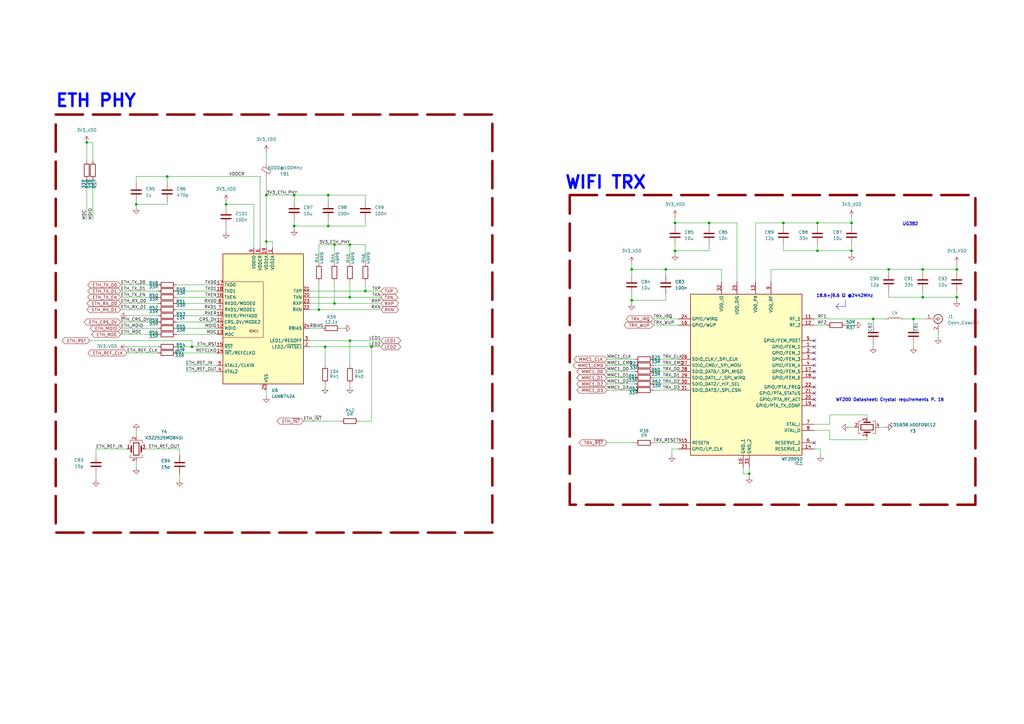
<source format=kicad_sch>
(kicad_sch (version 20250114) (generator "eeschema") (generator_version "9.0")
  (paper "A3")
  (title_block (title "ThingsCore-1") (date "2025-07-17") (rev "1"))
  (lib_symbols
    (symbol "Connector:Conn_Coaxial" (pin_names (offset 1.016) (hide yes))
      (property "Reference" "J" (at 0.254 3.048 0))
      (property "Value" "Conn_Coaxial" (at 2.921 0 90))
      (symbol "Conn_Coaxial_0_1"
        (polyline (pts (xy -2.54 0) (xy -0.508 0)))
        (arc (start 1.778 0) (mid 0.222 -1.8079) (end -1.778 -0.508) (stroke (width 0.254)))
        (arc (start -1.778 0.508) (mid 0.2221 1.8084) (end 1.778 0) (stroke (width 0.254)))
        (circle (center 0 0) (radius 0.508) (stroke (width 0.2032)))
        (polyline (pts (xy 0 -2.54) (xy 0 -1.778)))
      )
      (symbol "Conn_Coaxial_1_1"
        (pin passive line (at -5.08 0 0) (length 2.54) (name "In") (number "1"))
        (pin passive line (at 0 -5.08 90) (length 2.54) (name "Ext") (number "2"))
      )
    )
    (symbol "Device:C" (pin_numbers (hide yes)) (pin_names (offset 0.254))
      (property "Reference" "C" (at 0.635 2.54 0))
      (property "Value" "C" (at 0.635 -2.54 0))
      (symbol "C_0_1"
        (polyline (pts (xy -2.032 0.762) (xy 2.032 0.762)) (stroke (width 0.508)))
        (polyline (pts (xy -2.032 -0.762) (xy 2.032 -0.762)) (stroke (width 0.508)))
      )
      (symbol "C_1_1"
        (pin passive line (at 0 3.81 270) (length 2.794) (name "~") (number "1"))
        (pin passive line (at 0 -3.81 90) (length 2.794) (name "~") (number "2"))
      )
    )
    (symbol "Device:Crystal_GND24" (pin_names (offset 1.016) (hide yes))
      (property "Reference" "Y" (at 3.175 5.08 0))
      (property "Value" "Crystal_GND24" (at 3.175 3.175 0))
      (symbol "Crystal_GND24_0_1"
        (polyline (pts (xy -2.54 2.286) (xy -2.54 3.556) (xy 2.54 3.556) (xy 2.54 2.286)))
        (polyline (pts (xy -2.54 0) (xy -2.032 0)))
        (polyline (pts (xy -2.54 -2.286) (xy -2.54 -3.556) (xy 2.54 -3.556) (xy 2.54 -2.286)))
        (polyline (pts (xy -2.032 -1.27) (xy -2.032 1.27)) (stroke (width 0.508)))
        (rectangle (start -1.143 2.54) (end 1.143 -2.54) (stroke (width 0.3048)))
        (polyline (pts (xy 0 3.556) (xy 0 3.81)))
        (polyline (pts (xy 0 -3.81) (xy 0 -3.556)))
        (polyline (pts (xy 2.032 0) (xy 2.54 0)))
        (polyline (pts (xy 2.032 -1.27) (xy 2.032 1.27)) (stroke (width 0.508)))
      )
      (symbol "Crystal_GND24_1_1"
        (pin passive line (at -3.81 0 0) (length 1.27) (name "1") (number "1"))
        (pin passive line (at 0 5.08 270) (length 1.27) (name "2") (number "2"))
        (pin passive line (at 0 -5.08 90) (length 1.27) (name "4") (number "4"))
        (pin passive line (at 3.81 0 180) (length 1.27) (name "3") (number "3"))
      )
    )
    (symbol "Device:FerriteBead_Small" (pin_numbers (hide yes)) (pin_names (offset 0))
      (property "Reference" "FB" (at 1.905 1.27 0))
      (property "Value" "FerriteBead_Small" (at 1.905 -1.27 0))
      (symbol "FerriteBead_Small_0_1"
        (polyline (pts (xy -1.8288 0.2794) (xy -1.1176 1.4986) (xy 1.8288 -0.2032) (xy 1.1176 -1.4224) (xy -1.8288 0.2794)))
        (polyline (pts (xy 0 0.889) (xy 0 1.2954)))
        (polyline (pts (xy 0 -1.27) (xy 0 -0.7874)))
      )
      (symbol "FerriteBead_Small_1_1"
        (pin passive line (at 0 2.54 270) (length 1.27) (name "~") (number "1"))
        (pin passive line (at 0 -2.54 90) (length 1.27) (name "~") (number "2"))
      )
    )
    (symbol "Device:L" (pin_numbers (hide yes)) (pin_names (offset 1.016) (hide yes))
      (property "Reference" "L" (at -1.27 0 90))
      (property "Value" "L" (at 1.905 0 90))
      (symbol "L_0_1"
        (arc (start 0 2.54) (mid 0.6323 1.905) (end 0 1.27))
        (arc (start 0 1.27) (mid 0.6323 0.635) (end 0 0))
        (arc (start 0 0) (mid 0.6323 -0.635) (end 0 -1.27))
        (arc (start 0 -1.27) (mid 0.6323 -1.905) (end 0 -2.54))
      )
      (symbol "L_1_1"
        (pin passive line (at 0 3.81 270) (length 1.27) (name "1") (number "1"))
        (pin passive line (at 0 -3.81 90) (length 1.27) (name "2") (number "2"))
      )
    )
    (symbol "Device:R" (pin_numbers (hide yes)) (pin_names (offset 0))
      (property "Reference" "R" (at 2.032 0 90))
      (property "Value" "R" (at 0 0 90))
      (symbol "R_0_1"
        (rectangle (start -1.016 -2.54) (end 1.016 2.54) (stroke (width 0.254)))
      )
      (symbol "R_1_1"
        (pin passive line (at 0 3.81 270) (length 1.27) (name "~") (number "1"))
        (pin passive line (at 0 -3.81 90) (length 1.27) (name "~") (number "2"))
      )
    )
    (symbol "Interface_Ethernet:LAN8742A"
      (property "Reference" "U" (at -13.97 29.21 0))
      (property "Value" "LAN8742A" (at 15.24 29.21 0))
      (symbol "LAN8742A_0_0"
        (text "RMII" (at -5.08 -3.81 0) (effects (font (size 1.27 1.27))))
      )
      (symbol "LAN8742A_0_1"
        (rectangle (start -17.78 27.94) (end 15.24 -25.4) (stroke (width 0.254)) (fill (type background)))
        (polyline (pts (xy -17.78 -6.35) (xy -1.27 -6.35) (xy -1.27 16.51) (xy -17.78 16.51)))
      )
      (symbol "LAN8742A_1_1"
        (pin input line (at -20.32 15.24 0) (length 2.54) (name "TXD0") (number "17"))
        (pin input line (at -20.32 12.7 0) (length 2.54) (name "TXD1") (number "18"))
        (pin input line (at -20.32 10.16 0) (length 2.54) (name "TXEN") (number "16"))
        (pin bidirectional line (at -20.32 7.62 0) (length 2.54) (name "RXD0/MODE0") (number "8"))
        (pin bidirectional line (at -20.32 5.08 0) (length 2.54) (name "RXD1/MODE1") (number "7"))
        (pin output line (at -20.32 2.54 0) (length 2.54) (name "RXER/PHYAD0") (number "10"))
        (pin bidirectional line (at -20.32 0 0) (length 2.54) (name "CRS_DV/MODE2") (number "11"))
        (pin bidirectional line (at -20.32 -2.54 0) (length 2.54) (name "MDIO") (number "12"))
        (pin input line (at -20.32 -5.08 0) (length 2.54) (name "MDC") (number "13"))
        (pin input line (at -20.32 -10.16 0) (length 2.54) (name "~{RST}") (number "15"))
        (pin output line (at -20.32 -12.7 0) (length 2.54) (name "~{INT}/REFCLKO") (number "14"))
        (pin input line (at -20.32 -17.78 0) (length 2.54) (name "XTAL1/CLKIN") (number "5"))
        (pin output line (at -20.32 -20.32 0) (length 2.54) (name "XTAL2") (number "4"))
        (pin power_in line (at -5.08 30.48 270) (length 2.54) (name "VDDIO") (number "9"))
        (pin power_in line (at -2.54 30.48 270) (length 2.54) (name "VDDCR") (number "6"))
        (pin power_in line (at 0 30.48 270) (length 2.54) (name "VDD1A") (number "19"))
        (pin power_in line (at 0 -27.94 90) (length 2.54) (name "VSS") (number "25"))
        (pin power_in line (at 2.54 30.48 270) (length 2.54) (name "VDD2A") (number "1"))
        (pin passive line (at 17.78 12.7 180) (length 2.54) (name "TXP") (number "21"))
        (pin passive line (at 17.78 10.16 180) (length 2.54) (name "TXN") (number "20"))
        (pin passive line (at 17.78 7.62 180) (length 2.54) (name "RXP") (number "23"))
        (pin passive line (at 17.78 5.08 180) (length 2.54) (name "RXN") (number "22"))
        (pin passive line (at 17.78 -2.54 180) (length 2.54) (name "RBIAS") (number "24"))
        (pin bidirectional line (at 17.78 -7.62 180) (length 2.54) (name "LED1/REGOFF") (number "3"))
        (pin bidirectional line (at 17.78 -10.16 180) (length 2.54) (name "LED2/~{INTSEL}") (number "2"))
      )
    )
    (symbol "ThingsCore-1:WF200SD"
      (property "Reference" "IC1" (at 21.59 9.398 0))
      (property "Value" "WF200SD" (at 18.796 11.176 0))
      (symbol "WF200SD_1_1"
        (rectangle (start -22.86 78.74) (end 22.86 12.7) (stroke (width 0.254)) (fill (type background)))
        (pin passive line (at -27.94 68.58 0) (length 5.08) (name "GPIO/WIRQ") (number "24"))
        (pin passive line (at -27.94 66.04 0) (length 5.08) (name "GPIO/WUP") (number "16"))
        (pin passive line (at -27.94 52.07 0) (length 5.08) (name "SDIO_CLK/_SPI_CLK") (number "26"))
        (pin passive line (at -27.94 49.53 0) (length 5.08) (name "SDIO_CMD/_SPI_MOSI") (number "27"))
        (pin passive line (at -27.94 46.99 0) (length 5.08) (name "SDIO_DAT0/_SPI_MISO") (number "28"))
        (pin passive line (at -27.94 44.45 0) (length 5.08) (name "SDIO_DAT1_/_SPI_WIRQ") (number "29"))
        (pin passive line (at -27.94 41.91 0) (length 5.08) (name "SDIO_DAT2/_HIF_SEL") (number "30"))
        (pin passive line (at -27.94 39.37 0) (length 5.08) (name "SDIO_DAT3/_SPI_CSN") (number "31"))
        (pin passive line (at -27.94 17.78 0) (length 5.08) (name "RESETN") (number "15"))
        (pin passive line (at -27.94 15.24 0) (length 5.08) (name "GPIO/LP_CLK") (number "23"))
        (pin passive line (at -10.16 83.82 270) (length 5.08) (name "VDD_IO") (number "32"))
        (pin passive line (at -3.81 83.82 270) (length 5.08) (name "VDD_DIG") (number "25"))
        (pin passive line (at -1.27 7.62 90) (length 5.08) (name "GND_1") (number "10"))
        (pin passive line (at 1.27 7.62 90) (length 5.08) (name "GND_2") (number "33"))
        (pin passive line (at 3.81 83.82 270) (length 5.08) (name "VDD_PA") (number "13"))
        (pin passive line (at 10.16 83.82 270) (length 5.08) (name "VDD_RF") (number "9"))
        (pin passive line (at 27.94 68.58 180) (length 5.08) (name "RF_1") (number "11"))
        (pin passive line (at 27.94 66.04 180) (length 5.08) (name "RF_2") (number "12"))
        (pin passive line (at 27.94 59.69 180) (length 5.08) (name "GPIO/FEM_PDET") (number "5"))
        (pin passive line (at 27.94 57.15 180) (length 5.08) (name "GPIO/FEM_1") (number "1"))
        (pin passive line (at 27.94 54.61 180) (length 5.08) (name "GPIO/FEM_2") (number "2"))
        (pin passive line (at 27.94 52.07 180) (length 5.08) (name "GPIO/FEM_3") (number "3"))
        (pin passive line (at 27.94 49.53 180) (length 5.08) (name "GPIO/FEM_4") (number "4"))
        (pin passive line (at 27.94 46.99 180) (length 5.08) (name "GPIO/FEM_5") (number "17"))
        (pin passive line (at 27.94 44.45 180) (length 5.08) (name "GPIO/FEM_6") (number "18"))
        (pin passive line (at 27.94 40.64 180) (length 5.08) (name "GPIO/PTA_FREQ") (number "22"))
        (pin passive line (at 27.94 38.1 180) (length 5.08) (name "GPIO/PTA_STATUS") (number "21"))
        (pin passive line (at 27.94 35.56 180) (length 5.08) (name "GPIO/PTA_RF_ACT") (number "20"))
        (pin passive line (at 27.94 33.02 180) (length 5.08) (name "GPIO/PTA_TX_CONF") (number "19"))
        (pin passive line (at 27.94 25.4 180) (length 5.08) (name "XTAL_I") (number "7"))
        (pin passive line (at 27.94 22.86 180) (length 5.08) (name "XTAL_O") (number "8"))
        (pin passive line (at 27.94 17.78 180) (length 5.08) (name "RESERVE_2") (number "6"))
        (pin passive line (at 27.94 15.24 180) (length 5.08) (name "RESERVE_1") (number "14"))
      )
    )
    (symbol "power:+1V0" (power) (pin_numbers (hide yes)) (pin_names (offset 0) (hide yes))
      (property "Value" "+1V0" (at 0 3.556 0))
      (symbol "+1V0_0_1"
        (polyline (pts (xy -0.762 1.27) (xy 0 2.54)))
        (polyline (pts (xy 0 2.54) (xy 0.762 1.27)))
        (polyline (pts (xy 0 0) (xy 0 2.54)))
      )
      (symbol "+1V0_1_1"
        (pin power_in line (at 0 0 90) (length 0) (name "~") (number "1"))
      )
    )
    (symbol "power:GND" (power) (pin_numbers (hide yes)) (pin_names (offset 0) (hide yes))
      (property "Value" "GND" (at 0 -3.81 0))
      (symbol "GND_0_1"
        (polyline (pts (xy 0 0) (xy 0 -1.27) (xy 1.27 -1.27) (xy 0 -2.54) (xy -1.27 -1.27) (xy 0 -1.27)))
      )
      (symbol "GND_1_1"
        (pin power_in line (at 0 0 270) (length 0) (name "~") (number "1"))
      )
    )
  )
  (rectangle (start 233.68 80.01) (end 400.05 207.01) (stroke (width 1.016) (type dash) (color 132 0 0 1)))
  (bezier (pts (xy 342.9 125.73) (xy 342.9 125.73) (xy 344.17 124.46) (xy 344.17 124.46)))
  (bezier (pts (xy 342.9 125.73) (xy 342.9 125.73) (xy 344.17 127) (xy 344.17 127)))
  (rectangle (start 22.86 46.99) (end 201.93 218.44) (stroke (width 1.016) (type dash) (color 132 0 0 1)))
  (text "UG382" (at 373.38 91.948 0) (effects (font (size 1.27 1.27) (thickness 0.254) (bold yes))))
  (text "18.6+j9.6 Ω @2442MHz" (at 346.456 121.412 0) (effects (font (size 1.27 1.27) (thickness 0.254) (bold yes))))
  (text "WF200 Datasheet: Crystal requirements P. 16" (at 364.998 164.084 0) (effects (font (size 1.27 1.27) (thickness 0.254) (bold yes))))
  (text "ETH PHY" (at 39.37 41.402 0) (effects (font (size 5.08 5.08) (thickness 1.016) (bold yes))))
  (text "WIFI TRX" (at 248.412 74.93 0) (effects (font (size 5.08 5.08) (thickness 1.016) (bold yes))))
  (junction (at 259.08 110.49))
  (junction (at 378.46 121.92))
  (junction (at 120.65 92.71))
  (junction (at 120.65 80.01))
  (junction (at 149.86 119.38))
  (junction (at 358.14 130.81))
  (junction (at 349.25 91.44))
  (junction (at 92.71 83.82))
  (junction (at 335.28 91.44))
  (junction (at 152.4 142.24))
  (junction (at 55.88 83.82))
  (junction (at 259.08 123.19))
  (junction (at 335.28 102.87))
  (junction (at 392.43 110.49))
  (junction (at 137.16 100.33))
  (junction (at 273.05 110.49))
  (junction (at 392.43 121.92))
  (junction (at 374.65 130.81))
  (junction (at 349.25 102.87))
  (junction (at 378.46 110.49))
  (junction (at 143.51 121.92))
  (junction (at 307.34 194.31))
  (junction (at 143.51 100.33))
  (junction (at 109.22 99.06))
  (junction (at 276.86 91.44))
  (junction (at 137.16 124.46))
  (junction (at 290.83 91.44))
  (junction (at 321.31 91.44))
  (junction (at 35.56 58.42))
  (junction (at 143.51 139.7))
  (junction (at 134.62 80.01))
  (junction (at 134.62 92.71))
  (junction (at 130.81 127))
  (junction (at 78.74 142.24))
  (junction (at 276.86 102.87))
  (junction (at 68.58 72.39))
  (junction (at 364.49 110.49))
  (junction (at 109.22 80.01))
  (junction (at 133.35 142.24))
  (no_connect (at 334.01 163.83))
  (no_connect (at 334.01 154.94))
  (no_connect (at 334.01 181.61))
  (no_connect (at 334.01 158.75))
  (no_connect (at 334.01 161.29))
  (no_connect (at 334.01 144.78))
  (no_connect (at 334.01 152.4))
  (no_connect (at 334.01 139.7))
  (no_connect (at 334.01 149.86))
  (no_connect (at 334.01 147.32))
  (no_connect (at 334.01 166.37))
  (no_connect (at 334.01 142.24))
  (wire (pts (xy 358.14 130.81) (xy 363.22 130.81)))
  (wire (pts (xy 248.92 152.4) (xy 260.35 152.4)))
  (wire (pts (xy 124.46 172.72) (xy 139.7 172.72)))
  (wire (pts (xy 335.28 91.44) (xy 335.28 92.71)))
  (wire (pts (xy 35.56 66.04) (xy 35.56 58.42)))
  (wire (pts (xy 72.39 116.84) (xy 88.9 116.84)))
  (wire (pts (xy 49.53 121.92) (xy 64.77 121.92)))
  (wire (pts (xy 35.56 73.66) (xy 35.56 90.17)))
  (wire (pts (xy 49.53 119.38) (xy 64.77 119.38)))
  (wire (pts (xy 92.71 83.82) (xy 92.71 85.09)))
  (wire (pts (xy 273.05 123.19) (xy 273.05 120.65)))
  (wire (pts (xy 360.68 175.26) (xy 363.22 175.26)))
  (wire (pts (xy 49.53 134.62) (xy 64.77 134.62)))
  (wire (pts (xy 130.81 115.57) (xy 130.81 127)))
  (wire (pts (xy 137.16 124.46) (xy 156.21 124.46)))
  (wire (pts (xy 335.28 102.87) (xy 335.28 100.33)))
  (wire (pts (xy 147.32 172.72) (xy 152.4 172.72)))
  (wire (pts (xy 304.8 191.77) (xy 304.8 194.31)))
  (wire (pts (xy 134.62 90.17) (xy 134.62 92.71)))
  (wire (pts (xy 92.71 83.82) (xy 92.71 82.55)))
  (wire (pts (xy 111.76 101.6) (xy 111.76 99.06)))
  (wire (pts (xy 149.86 100.33) (xy 149.86 107.95)))
  (wire (pts (xy 104.14 83.82) (xy 104.14 101.6)))
  (wire (pts (xy 364.49 119.38) (xy 364.49 121.92)))
  (wire (pts (xy 349.25 91.44) (xy 349.25 88.9)))
  (wire (pts (xy 39.37 184.15) (xy 52.07 184.15)))
  (wire (pts (xy 143.51 121.92) (xy 156.21 121.92)))
  (wire (pts (xy 275.59 184.15) (xy 275.59 186.69)))
  (wire (pts (xy 120.65 90.17) (xy 120.65 92.71)))
  (wire (pts (xy 340.36 170.18) (xy 340.36 173.99)))
  (wire (pts (xy 307.34 191.77) (xy 307.34 194.31)))
  (wire (pts (xy 127 119.38) (xy 149.86 119.38)))
  (wire (pts (xy 149.86 80.01) (xy 134.62 80.01)))
  (wire (pts (xy 109.22 62.23) (xy 109.22 67.31)))
  (wire (pts (xy 59.69 184.15) (xy 73.66 184.15)))
  (wire (pts (xy 248.92 147.32) (xy 260.35 147.32)))
  (polyline (pts (xy 346.71 123.19) (xy 346.71 125.73)))
  (wire (pts (xy 49.53 137.16) (xy 64.77 137.16)))
  (wire (pts (xy 38.1 73.66) (xy 38.1 90.17)))
  (wire (pts (xy 133.35 142.24) (xy 152.4 142.24)))
  (wire (pts (xy 76.2 149.86) (xy 88.9 149.86)))
  (wire (pts (xy 290.83 102.87) (xy 290.83 100.33)))
  (wire (pts (xy 127 134.62) (xy 132.08 134.62)))
  (wire (pts (xy 278.13 184.15) (xy 275.59 184.15)))
  (wire (pts (xy 143.51 139.7) (xy 143.51 149.86)))
  (wire (pts (xy 374.65 130.81) (xy 370.84 130.81)))
  (wire (pts (xy 374.65 133.35) (xy 374.65 130.81)))
  (wire (pts (xy 68.58 74.93) (xy 68.58 72.39)))
  (wire (pts (xy 267.97 160.02) (xy 278.13 160.02)))
  (wire (pts (xy 130.81 107.95) (xy 130.81 100.33)))
  (wire (pts (xy 378.46 110.49) (xy 378.46 111.76)))
  (wire (pts (xy 127 124.46) (xy 137.16 124.46)))
  (wire (pts (xy 307.34 194.31) (xy 307.34 195.58)))
  (wire (pts (xy 72.39 132.08) (xy 88.9 132.08)))
  (wire (pts (xy 267.97 181.61) (xy 278.13 181.61)))
  (wire (pts (xy 109.22 80.01) (xy 120.65 80.01)))
  (wire (pts (xy 355.6 170.18) (xy 340.36 170.18)))
  (wire (pts (xy 143.51 139.7) (xy 156.21 139.7)))
  (wire (pts (xy 109.22 72.39) (xy 109.22 80.01)))
  (wire (pts (xy 68.58 72.39) (xy 106.68 72.39)))
  (wire (pts (xy 290.83 91.44) (xy 302.26 91.44)))
  (wire (pts (xy 111.76 99.06) (xy 109.22 99.06)))
  (wire (pts (xy 392.43 121.92) (xy 392.43 123.19)))
  (wire (pts (xy 127 139.7) (xy 143.51 139.7)))
  (wire (pts (xy 295.91 110.49) (xy 273.05 110.49)))
  (wire (pts (xy 259.08 120.65) (xy 259.08 123.19)))
  (wire (pts (xy 364.49 110.49) (xy 364.49 111.76)))
  (wire (pts (xy 38.1 58.42) (xy 38.1 66.04)))
  (wire (pts (xy 35.56 58.42) (xy 38.1 58.42)))
  (wire (pts (xy 127 121.92) (xy 143.51 121.92)))
  (wire (pts (xy 72.39 137.16) (xy 88.9 137.16)))
  (wire (pts (xy 55.88 179.07) (xy 55.88 176.53)))
  (wire (pts (xy 273.05 110.49) (xy 273.05 113.03)))
  (wire (pts (xy 346.71 133.35) (xy 350.52 133.35)))
  (wire (pts (xy 349.25 100.33) (xy 349.25 102.87)))
  (wire (pts (xy 392.43 107.95) (xy 392.43 110.49)))
  (wire (pts (xy 334.01 133.35) (xy 339.09 133.35)))
  (wire (pts (xy 130.81 100.33) (xy 137.16 100.33)))
  (wire (pts (xy 143.51 100.33) (xy 143.51 107.95)))
  (wire (pts (xy 72.39 127) (xy 88.9 127)))
  (wire (pts (xy 358.14 130.81) (xy 358.14 133.35)))
  (wire (pts (xy 378.46 121.92) (xy 392.43 121.92)))
  (wire (pts (xy 149.86 119.38) (xy 156.21 119.38)))
  (wire (pts (xy 349.25 91.44) (xy 335.28 91.44)))
  (wire (pts (xy 335.28 102.87) (xy 349.25 102.87)))
  (wire (pts (xy 267.97 149.86) (xy 278.13 149.86)))
  (wire (pts (xy 133.35 142.24) (xy 133.35 149.86)))
  (wire (pts (xy 137.16 100.33) (xy 143.51 100.33)))
  (wire (pts (xy 321.31 91.44) (xy 321.31 92.71)))
  (wire (pts (xy 340.36 180.34) (xy 355.6 180.34)))
  (wire (pts (xy 72.39 134.62) (xy 88.9 134.62)))
  (wire (pts (xy 152.4 142.24) (xy 152.4 172.72)))
  (wire (pts (xy 248.92 157.48) (xy 260.35 157.48)))
  (wire (pts (xy 334.01 130.81) (xy 358.14 130.81)))
  (wire (pts (xy 72.39 121.92) (xy 88.9 121.92)))
  (wire (pts (xy 364.49 110.49) (xy 378.46 110.49)))
  (wire (pts (xy 137.16 100.33) (xy 137.16 107.95)))
  (wire (pts (xy 259.08 110.49) (xy 259.08 113.03)))
  (wire (pts (xy 134.62 80.01) (xy 134.62 82.55)))
  (wire (pts (xy 392.43 110.49) (xy 378.46 110.49)))
  (wire (pts (xy 120.65 92.71) (xy 134.62 92.71)))
  (wire (pts (xy 52.07 144.78) (xy 64.77 144.78)))
  (wire (pts (xy 36.83 139.7) (xy 78.74 139.7)))
  (wire (pts (xy 73.66 184.15) (xy 73.66 186.69)))
  (wire (pts (xy 295.91 115.57) (xy 295.91 110.49)))
  (wire (pts (xy 378.46 121.92) (xy 378.46 119.38)))
  (wire (pts (xy 127 127) (xy 130.81 127)))
  (wire (pts (xy 72.39 144.78) (xy 88.9 144.78)))
  (wire (pts (xy 127 142.24) (xy 133.35 142.24)))
  (wire (pts (xy 349.25 102.87) (xy 349.25 104.14)))
  (wire (pts (xy 316.23 115.57) (xy 316.23 110.49)))
  (wire (pts (xy 52.07 142.24) (xy 64.77 142.24)))
  (wire (pts (xy 49.53 127) (xy 64.77 127)))
  (wire (pts (xy 335.28 91.44) (xy 321.31 91.44)))
  (wire (pts (xy 143.51 100.33) (xy 149.86 100.33)))
  (wire (pts (xy 355.6 179.07) (xy 355.6 180.34)))
  (wire (pts (xy 392.43 119.38) (xy 392.43 121.92)))
  (wire (pts (xy 355.6 171.45) (xy 355.6 170.18)))
  (wire (pts (xy 149.86 82.55) (xy 149.86 80.01)))
  (wire (pts (xy 267.97 130.81) (xy 278.13 130.81)))
  (wire (pts (xy 134.62 80.01) (xy 120.65 80.01)))
  (wire (pts (xy 364.49 121.92) (xy 378.46 121.92)))
  (wire (pts (xy 340.36 173.99) (xy 334.01 173.99)))
  (wire (pts (xy 321.31 91.44) (xy 309.88 91.44)))
  (wire (pts (xy 267.97 157.48) (xy 278.13 157.48)))
  (wire (pts (xy 267.97 147.32) (xy 278.13 147.32)))
  (wire (pts (xy 309.88 115.57) (xy 309.88 91.44)))
  (wire (pts (xy 49.53 124.46) (xy 64.77 124.46)))
  (wire (pts (xy 109.22 80.01) (xy 109.22 99.06)))
  (wire (pts (xy 92.71 83.82) (xy 104.14 83.82)))
  (wire (pts (xy 52.07 129.54) (xy 64.77 129.54)))
  (wire (pts (xy 374.65 130.81) (xy 379.73 130.81)))
  (wire (pts (xy 92.71 92.71) (xy 92.71 95.25)))
  (wire (pts (xy 143.51 115.57) (xy 143.51 121.92)))
  (wire (pts (xy 267.97 154.94) (xy 278.13 154.94)))
  (wire (pts (xy 39.37 186.69) (xy 39.37 184.15)))
  (wire (pts (xy 350.52 175.26) (xy 347.98 175.26)))
  (wire (pts (xy 55.88 189.23) (xy 55.88 191.77)))
  (wire (pts (xy 316.23 110.49) (xy 364.49 110.49)))
  (wire (pts (xy 374.65 140.97) (xy 374.65 142.24)))
  (wire (pts (xy 130.81 127) (xy 156.21 127)))
  (wire (pts (xy 149.86 92.71) (xy 134.62 92.71)))
  (wire (pts (xy 106.68 101.6) (xy 106.68 72.39)))
  (wire (pts (xy 340.36 176.53) (xy 340.36 180.34)))
  (wire (pts (xy 72.39 124.46) (xy 88.9 124.46)))
  (wire (pts (xy 76.2 152.4) (xy 88.9 152.4)))
  (wire (pts (xy 392.43 110.49) (xy 392.43 111.76)))
  (wire (pts (xy 72.39 142.24) (xy 78.74 142.24)))
  (wire (pts (xy 248.92 154.94) (xy 260.35 154.94)))
  (wire (pts (xy 276.86 91.44) (xy 290.83 91.44)))
  (wire (pts (xy 137.16 115.57) (xy 137.16 124.46)))
  (wire (pts (xy 321.31 102.87) (xy 335.28 102.87)))
  (wire (pts (xy 149.86 90.17) (xy 149.86 92.71)))
  (wire (pts (xy 149.86 115.57) (xy 149.86 119.38)))
  (wire (pts (xy 248.92 160.02) (xy 260.35 160.02)))
  (wire (pts (xy 358.14 140.97) (xy 358.14 142.24)))
  (wire (pts (xy 259.08 123.19) (xy 273.05 123.19)))
  (wire (pts (xy 273.05 110.49) (xy 259.08 110.49)))
  (wire (pts (xy 55.88 74.93) (xy 55.88 72.39)))
  (wire (pts (xy 321.31 100.33) (xy 321.31 102.87)))
  (wire (pts (xy 143.51 157.48) (xy 143.51 158.75)))
  (wire (pts (xy 290.83 91.44) (xy 290.83 92.71)))
  (wire (pts (xy 49.53 116.84) (xy 64.77 116.84)))
  (wire (pts (xy 384.81 135.89) (xy 384.81 138.43)))
  (wire (pts (xy 139.7 134.62) (xy 140.97 134.62)))
  (wire (pts (xy 109.22 99.06) (xy 109.22 101.6)))
  (wire (pts (xy 259.08 107.95) (xy 259.08 110.49)))
  (wire (pts (xy 68.58 72.39) (xy 55.88 72.39)))
  (wire (pts (xy 267.97 133.35) (xy 278.13 133.35)))
  (wire (pts (xy 72.39 119.38) (xy 88.9 119.38)))
  (wire (pts (xy 267.97 152.4) (xy 278.13 152.4)))
  (wire (pts (xy 276.86 91.44) (xy 276.86 92.71)))
  (wire (pts (xy 334.01 184.15) (xy 336.55 184.15)))
  (wire (pts (xy 49.53 132.08) (xy 64.77 132.08)))
  (wire (pts (xy 248.92 181.61) (xy 260.35 181.61)))
  (polyline (pts (xy 342.9 125.73) (xy 346.71 125.73)))
  (wire (pts (xy 55.88 83.82) (xy 68.58 83.82)))
  (wire (pts (xy 302.26 115.57) (xy 302.26 91.44)))
  (wire (pts (xy 120.65 92.71) (xy 120.65 93.98)))
  (wire (pts (xy 276.86 91.44) (xy 276.86 88.9)))
  (wire (pts (xy 304.8 194.31) (xy 307.34 194.31)))
  (wire (pts (xy 120.65 80.01) (xy 120.65 82.55)))
  (wire (pts (xy 73.66 194.31) (xy 73.66 196.85)))
  (wire (pts (xy 39.37 194.31) (xy 39.37 196.85)))
  (wire (pts (xy 276.86 102.87) (xy 290.83 102.87)))
  (wire (pts (xy 68.58 82.55) (xy 68.58 83.82)))
  (wire (pts (xy 55.88 85.09) (xy 55.88 83.82)))
  (wire (pts (xy 55.88 83.82) (xy 55.88 82.55)))
  (wire (pts (xy 72.39 129.54) (xy 88.9 129.54)))
  (wire (pts (xy 109.22 160.02) (xy 109.22 162.56)))
  (wire (pts (xy 334.01 176.53) (xy 340.36 176.53)))
  (wire (pts (xy 78.74 139.7) (xy 78.74 142.24)))
  (wire (pts (xy 248.92 149.86) (xy 260.35 149.86)))
  (wire (pts (xy 78.74 142.24) (xy 88.9 142.24)))
  (wire (pts (xy 276.86 102.87) (xy 276.86 104.14)))
  (wire (pts (xy 336.55 184.15) (xy 336.55 186.69)))
  (wire (pts (xy 259.08 123.19) (xy 259.08 124.46)))
  (wire (pts (xy 349.25 91.44) (xy 349.25 92.71)))
  (wire (pts (xy 276.86 100.33) (xy 276.86 102.87)))
  (wire (pts (xy 133.35 157.48) (xy 133.35 158.75)))
  (wire (pts (xy 152.4 142.24) (xy 156.21 142.24)))
  (label "ETH_~{INT}" (at 124.46 172.72 0))
  (label "TXN" (at 156.21 121.92 180) (property "Netclass" "TB_100R_DIFF" (effects (hide yes))))
  (label "ETH_RST" (at 88.9 142.24 180))
  (label "TXD0" (at 88.9 116.84 180))
  (label "3V3_ETH_PHY" (at 130.81 100.33 0))
  (label "RXD1" (at 88.9 127 180))
  (label "ETH_CRS_DV" (at 49.53 132.08 0))
  (label "ETH_TX_D1" (at 49.53 119.38 0))
  (label "TRX_CLK" (at 271.78 147.32 0))
  (label "RXER" (at 88.9 129.54 180))
  (label "ETH_REF_IN" (at 76.2 149.86 0))
  (label "RF1" (at 339.09 130.81 180))
  (label "REFCLKO" (at 88.9 144.78 180))
  (label "TRX_D0" (at 271.78 152.4 0))
  (label "ETH_TX_EN" (at 49.53 121.92 0))
  (label "TXP" (at 156.21 119.38 180) (property "Netclass" "TB_100R_DIFF" (effects (hide yes))))
  (label "LED2" (at 156.21 142.24 180))
  (label "TRX_CMD" (at 271.78 149.86 0))
  (label "LED1" (at 156.21 139.7 180))
  (label "RXP" (at 156.21 124.46 180) (property "Netclass" "TB_100R_DIFF" (effects (hide yes))))
  (label "MMC1_D0" (at 248.92 152.4 0))
  (label "ETH_REF_IN" (at 39.37 184.15 0))
  (label "ETH_MDC" (at 49.53 137.16 0))
  (label "MMC1_D1" (at 248.92 154.94 0))
  (label "MDIO" (at 88.9 134.62 180))
  (label "MDC" (at 35.56 90.17 90))
  (label "MMC1_D2" (at 248.92 157.48 0))
  (label "MDC" (at 88.9 137.16 180))
  (label "RF2" (at 339.09 133.35 180))
  (label "RBIAS" (at 127 134.62 0))
  (label "ETH_TX_D0" (at 49.53 116.84 0))
  (label "MMC1_D3" (at 248.92 160.02 0))
  (label "TRX_RESETN" (at 267.97 181.61 0))
  (label "TRX_D2" (at 271.78 157.48 0))
  (label "MDIO" (at 38.1 90.17 90))
  (label "TRX_D1" (at 271.78 154.94 0))
  (label "RXD0" (at 88.9 124.46 180))
  (label "VDDCR" (at 93.98 72.39 0))
  (label "ETH_REF_OUT" (at 73.66 184.15 180))
  (label "ETH_REF_CLK" (at 52.07 144.78 0))
  (label "TRX_D3" (at 271.78 160.02 0))
  (label "ETH_RX_D0" (at 49.53 124.46 0))
  (label "CRS_DV" (at 88.9 132.08 180))
  (label "3V3_ETH_PHY" (at 109.22 80.01 0))
  (label "TXD1" (at 88.9 119.38 180))
  (label "MMC1_CLK" (at 248.92 147.32 0))
  (label "RXN" (at 156.21 127 180) (property "Netclass" "TB_100R_DIFF" (effects (hide yes))))
  (label "ETH_REF_OUT" (at 76.2 152.4 0))
  (label "TRX_IRQ" (at 267.97 130.81 0))
  (label "TXEN" (at 88.9 121.92 180))
  (label "ETH_RX_D1" (at 49.53 127 0))
  (label "MMC1_CMD" (at 248.92 149.86 0))
  (label "TRX_WUP" (at 267.97 133.35 0))
  (label "ETH_MDIO" (at 49.53 134.62 0))
  (global_label "ETH_REF_CLK" (shape bidirectional) (at 52.07 144.78 180) (property "Intersheetrefs" "${INTERSHEET_REFS}" (effects (hide yes))))
  (global_label "ETH_~{INT}" (shape bidirectional) (at 124.46 172.72 180) (property "Intersheetrefs" "${INTERSHEET_REFS}" (effects (hide yes))))
  (global_label "ETH_RST" (shape bidirectional) (at 36.83 139.7 180) (property "Intersheetrefs" "${INTERSHEET_REFS}" (effects (hide yes))))
  (global_label "LED1" (shape bidirectional) (at 156.21 139.7 0) (property "Intersheetrefs" "${INTERSHEET_REFS}" (effects (hide yes))))
  (global_label "MMC1_D1" (shape bidirectional) (at 248.92 154.94 180) (property "Intersheetrefs" "${INTERSHEET_REFS}" (effects (hide yes))))
  (global_label "ETH_TX_D0" (shape bidirectional) (at 49.53 116.84 180) (property "Intersheetrefs" "${INTERSHEET_REFS}" (effects (hide yes))))
  (global_label "TXP" (shape bidirectional) (at 156.21 119.38 0) (property "Intersheetrefs" "${INTERSHEET_REFS}" (effects (hide yes))))
  (global_label "ETH_TX_D1" (shape bidirectional) (at 49.53 119.38 180) (property "Intersheetrefs" "${INTERSHEET_REFS}" (effects (hide yes))))
  (global_label "ETH_CRS_DV" (shape bidirectional) (at 49.53 132.08 180) (property "Intersheetrefs" "${INTERSHEET_REFS}" (effects (hide yes))))
  (global_label "RXN" (shape bidirectional) (at 156.21 127 0) (property "Intersheetrefs" "${INTERSHEET_REFS}" (effects (hide yes))))
  (global_label "MMC1_CLK" (shape bidirectional) (at 248.92 147.32 180) (property "Intersheetrefs" "${INTERSHEET_REFS}" (effects (hide yes))))
  (global_label "ETH_RX_D1" (shape bidirectional) (at 49.53 127 180) (property "Intersheetrefs" "${INTERSHEET_REFS}" (effects (hide yes))))
  (global_label "MMC1_D3" (shape bidirectional) (at 248.92 160.02 180) (property "Intersheetrefs" "${INTERSHEET_REFS}" (effects (hide yes))))
  (global_label "TRX_IRQ" (shape bidirectional) (at 267.97 130.81 180) (property "Intersheetrefs" "${INTERSHEET_REFS}" (effects (hide yes))))
  (global_label "MMC1_CMD" (shape bidirectional) (at 248.92 149.86 180) (property "Intersheetrefs" "${INTERSHEET_REFS}" (effects (hide yes))))
  (global_label "LED2" (shape bidirectional) (at 156.21 142.24 0) (property "Intersheetrefs" "${INTERSHEET_REFS}" (effects (hide yes))))
  (global_label "TRX_WUP" (shape bidirectional) (at 267.97 133.35 180) (property "Intersheetrefs" "${INTERSHEET_REFS}" (effects (hide yes))))
  (global_label "ETH_RX_D0" (shape bidirectional) (at 49.53 124.46 180) (property "Intersheetrefs" "${INTERSHEET_REFS}" (effects (hide yes))))
  (global_label "MMC1_D0" (shape bidirectional) (at 248.92 152.4 180) (property "Intersheetrefs" "${INTERSHEET_REFS}" (effects (hide yes))))
  (global_label "RXP" (shape bidirectional) (at 156.21 124.46 0) (property "Intersheetrefs" "${INTERSHEET_REFS}" (effects (hide yes))))
  (global_label "ETH_MDC" (shape bidirectional) (at 49.53 137.16 180) (property "Intersheetrefs" "${INTERSHEET_REFS}" (effects (hide yes))))
  (global_label "MMC1_D2" (shape bidirectional) (at 248.92 157.48 180) (property "Intersheetrefs" "${INTERSHEET_REFS}" (effects (hide yes))))
  (global_label "ETH_MDIO" (shape bidirectional) (at 49.53 134.62 180) (property "Intersheetrefs" "${INTERSHEET_REFS}" (effects (hide yes))))
  (global_label "TRX_~{RST}" (shape bidirectional) (at 248.92 181.61 180) (property "Intersheetrefs" "${INTERSHEET_REFS}" (effects (hide yes))))
  (global_label "ETH_TX_EN" (shape bidirectional) (at 49.53 121.92 180) (property "Intersheetrefs" "${INTERSHEET_REFS}" (effects (hide yes))))
  (global_label "TXN" (shape bidirectional) (at 156.21 121.92 0) (property "Intersheetrefs" "${INTERSHEET_REFS}" (effects (hide yes))))
  (symbol (lib_id "Device:C") (at 120.65 86.36 180) (unit 1)
    (property "Reference" "C97" (at 124.46 85.0899 0) (effects (justify right)))
    (property "Value" "10u" (at 124.46 87.6299 0) (effects (justify right)))
    (property "Footprint" "Capacitor_SMD:C_0402_1005Metric" (effects (hide yes)))
    (property "Description" "Unpolarized capacitor" (effects (hide yes)))
  )
  (symbol (lib_id "power:GND") (at 39.37 196.85 0) (unit 1)
    (property "Reference" "#PWR0111" (effects (hide yes)))
    (property "Value" "GND" (effects (hide yes)))
    (property "Description" "Power symbol creates a global label with name \"GND\" , ground" (effects (hide yes)))
  )
  (symbol (lib_id "Device:C") (at 290.83 96.52 180) (unit 1)
    (property "Reference" "C86" (at 294.64 95.2499 0) (effects (justify right)))
    (property "Value" "10n" (at 294.64 97.7899 0) (effects (justify right)))
    (property "Footprint" "Capacitor_SMD:C_0402_1005Metric" (effects (hide yes)))
    (property "Description" "Unpolarized capacitor" (effects (hide yes)))
  )
  (symbol (lib_id "Device:C") (at 374.65 137.16 0) (unit 1)
    (property "Reference" "C81" (at 375.666 134.112 90))
    (property "Footprint" "Capacitor_SMD:C_0402_1005Metric" (effects (hide yes)))
    (property "Description" "Unpolarized capacitor" (effects (hide yes)))
  )
  (symbol (lib_id "Device:C") (at 378.46 115.57 0) (mirror x) (unit 1)
    (property "Reference" "C91" (at 374.65 114.2999 0) (effects (justify right)))
    (property "Value" "33n" (at 374.65 116.8399 0) (effects (justify right)))
    (property "Footprint" "Capacitor_SMD:C_0402_1005Metric" (effects (hide yes)))
    (property "Description" "Unpolarized capacitor" (effects (hide yes)))
  )
  (symbol (lib_id "Device:R") (at 68.58 142.24 270) (unit 1)
    (property "Reference" "R54" (at 74.168 141.478 90))
    (property "Value" "10k" (at 74.168 143.002 90))
    (property "Footprint" "Resistor_SMD:R_0402_1005Metric" (effects (hide yes)))
    (property "Description" "Resistor" (effects (hide yes)))
  )
  (symbol (lib_id "Device:C") (at 358.14 137.16 0) (unit 1)
    (property "Reference" "C82" (at 356.87 134.112 90))
    (property "Value" "2.2u" (effects (hide yes)))
    (property "Footprint" "Capacitor_SMD:C_0402_1005Metric" (effects (hide yes)))
    (property "Description" "Unpolarized capacitor" (effects (hide yes)))
  )
  (symbol (lib_id "power:GND") (at 140.97 134.62 90) (unit 1)
    (property "Reference" "#PWR0118" (effects (hide yes)))
    (property "Value" "GND" (effects (hide yes)))
    (property "Description" "Power symbol creates a global label with name \"GND\" , ground" (effects (hide yes)))
  )
  (symbol (lib_id "power:+1V0") (at 52.07 142.24 90) (mirror x) (unit 1)
    (property "Reference" "#PWR0127" (effects (hide yes)))
    (property "Value" "3V3_VDD" (at 43.942 141.986 90))
    (property "Description" "Power symbol creates a global label with name \"+1V0\"" (effects (hide yes)))
  )
  (symbol (lib_id "Device:R") (at 264.16 149.86 90) (unit 1)
    (property "Reference" "R27" (at 260.096 149.098 90))
    (property "Value" "33R" (at 260.096 150.876 90))
    (property "Footprint" "Resistor_SMD:R_0402_1005Metric" (effects (hide yes)))
    (property "Description" "Resistor" (effects (hide yes)))
  )
  (symbol (lib_id "Device:R") (at 68.58 119.38 270) (unit 1)
    (property "Reference" "R49" (at 74.168 118.618 90))
    (property "Value" "33R" (at 74.168 120.142 90))
    (property "Footprint" "Resistor_SMD:R_0402_1005Metric" (effects (hide yes)))
    (property "Description" "Resistor" (effects (hide yes)))
  )
  (symbol (lib_id "power:GND") (at 392.43 123.19 0) (mirror y) (unit 1)
    (property "Reference" "#PWR0109" (effects (hide yes)))
    (property "Value" "GND" (effects (hide yes)))
    (property "Description" "Power symbol creates a global label with name \"GND\" , ground" (effects (hide yes)))
  )
  (symbol (lib_id "Device:C") (at 364.49 115.57 0) (mirror x) (unit 1)
    (property "Reference" "C90" (at 360.68 114.2999 0) (effects (justify right)))
    (property "Value" "12p" (at 360.68 116.8399 0) (effects (justify right)))
    (property "Footprint" "Capacitor_SMD:C_0402_1005Metric" (effects (hide yes)))
    (property "Description" "Unpolarized capacitor" (effects (hide yes)))
  )
  (symbol (lib_id "power:GND") (at 73.66 196.85 0) (unit 1)
    (property "Reference" "#PWR0116" (effects (hide yes)))
    (property "Value" "GND" (effects (hide yes)))
    (property "Description" "Power symbol creates a global label with name \"GND\" , ground" (effects (hide yes)))
  )
  (symbol (lib_id "power:+1V0") (at 35.56 58.42 0) (mirror y) (unit 1)
    (property "Reference" "#PWR0128" (effects (hide yes)))
    (property "Value" "3V3_VDD" (at 35.56 53.34 0))
    (property "Description" "Power symbol creates a global label with name \"+1V0\"" (effects (hide yes)))
  )
  (symbol (lib_id "Device:R") (at 68.58 127 270) (unit 1)
    (property "Reference" "R52" (at 62.992 126.238 90))
    (property "Value" "33R" (at 62.992 127.762 90))
    (property "Footprint" "Resistor_SMD:R_0402_1005Metric" (effects (hide yes)))
    (property "Description" "Resistor" (effects (hide yes)))
  )
  (symbol (lib_id "power:GND") (at 92.71 95.25 0) (unit 1)
    (property "Reference" "#PWR0123" (effects (hide yes)))
    (property "Value" "GND" (effects (hide yes)))
    (property "Description" "Power symbol creates a global label with name \"GND\" , ground" (effects (hide yes)))
  )
  (symbol (lib_id "power:GND") (at 55.88 176.53 180) (unit 1)
    (property "Reference" "#PWR0114" (effects (hide yes)))
    (property "Value" "GND" (effects (hide yes)))
    (property "Description" "Power symbol creates a global label with name \"GND\" , ground" (effects (hide yes)))
  )
  (symbol (lib_id "Device:R") (at 137.16 111.76 0) (unit 1)
    (property "Reference" "R44" (at 136.398 105.918 90))
    (property "Value" "49R9" (at 138.43 105.918 90))
    (property "Footprint" "Resistor_SMD:R_0402_1005Metric" (effects (hide yes)))
    (property "Description" "Resistor" (effects (hide yes)))
  )
  (symbol (lib_id "Device:C") (at 134.62 86.36 180) (unit 1)
    (property "Reference" "C98" (at 138.43 85.0899 0) (effects (justify right)))
    (property "Value" "100n" (at 138.43 87.6299 0) (effects (justify right)))
    (property "Footprint" "Capacitor_SMD:C_0402_1005Metric" (effects (hide yes)))
    (property "Description" "Unpolarized capacitor" (effects (hide yes)))
  )
  (symbol (lib_id "power:GND") (at 347.98 175.26 270) (unit 1)
    (property "Reference" "#PWR0112" (effects (hide yes)))
    (property "Value" "GND" (effects (hide yes)))
    (property "Description" "Power symbol creates a global label with name \"GND\" , ground" (effects (hide yes)))
  )
  (symbol (lib_id "power:+1V0") (at 92.71 82.55 0) (mirror y) (unit 1)
    (property "Reference" "#PWR0122" (effects (hide yes)))
    (property "Value" "3V3_VDD" (at 92.71 77.47 0))
    (property "Description" "Power symbol creates a global label with name \"+1V0\"" (effects (hide yes)))
  )
  (symbol (lib_id "Device:FerriteBead_Small") (at 109.22 69.85 0) (unit 1)
    (property "Reference" "FB1" (at 116.84 71.374 0))
    (property "Value" "600Ω@100MHz" (at 116.84 68.834 0))
    (property "Footprint" "Inductor_SMD:L_0805_2012Metric" (effects (hide yes)))
    (property "Description" "Ferrite bead, small symbol" (effects (hide yes)))
  )
  (symbol (lib_id "power:GND") (at 55.88 85.09 0) (unit 1)
    (property "Reference" "#PWR0120" (effects (hide yes)))
    (property "Value" "GND" (effects (hide yes)))
    (property "Description" "Power symbol creates a global label with name \"GND\" , ground" (effects (hide yes)))
  )
  (symbol (lib_id "power:GND") (at 307.34 195.58 0) (unit 1)
    (property "Reference" "#PWR098" (effects (hide yes)))
    (property "Value" "GND" (effects (hide yes)))
    (property "Description" "Power symbol creates a global label with name \"GND\" , ground" (effects (hide yes)))
  )
  (symbol (lib_id "Device:R") (at 133.35 153.67 180) (unit 1)
    (property "Reference" "R41" (at 137.16 154.432 0))
    (property "Value" "10K" (at 137.16 152.4 0))
    (property "Footprint" "Resistor_SMD:R_0402_1005Metric" (effects (hide yes)))
    (property "Description" "Resistor" (effects (hide yes)))
  )
  (symbol (lib_id "Interface_Ethernet:LAN8742A") (at 109.22 132.08 0) (unit 1)
    (property "Reference" "U6" (at 111.3633 160.02 0) (effects (justify left)))
    (property "Value" "LAN8742A" (at 111.3633 162.56 0) (effects (justify left)))
    (property "Footprint" "Package_DFN_QFN:VQFN-24-1EP_4x4mm_P0.5mm_EP2.45x2.45mm" (effects (hide yes)))
    (property "Datasheet" "http://ww1.microchip.com/downloads/en/DeviceDoc/8742a.pdf" (effects (hide yes)))
    (property "Description" "LAN8720 Ethernet PHY with RMII interface, QFN-24" (effects (hide yes)))
  )
  (symbol (lib_id "power:+1V0") (at 392.43 107.95 0) (unit 1)
    (property "Reference" "#PWR0110" (effects (hide yes)))
    (property "Value" "3V3_VDD" (at 392.43 102.87 0))
    (property "Description" "Power symbol creates a global label with name \"+1V0\"" (effects (hide yes)))
  )
  (symbol (lib_id "Device:R") (at 143.51 111.76 0) (unit 1)
    (property "Reference" "R45" (at 142.748 105.918 90))
    (property "Value" "49R9" (at 144.78 105.918 90))
    (property "Footprint" "Resistor_SMD:R_0402_1005Metric" (effects (hide yes)))
    (property "Description" "Resistor" (effects (hide yes)))
  )
  (symbol (lib_id "Device:R") (at 68.58 132.08 270) (unit 1)
    (property "Reference" "R59" (at 62.992 131.318 90))
    (property "Value" "33R" (at 62.992 132.842 90))
    (property "Footprint" "Resistor_SMD:R_0402_1005Metric" (effects (hide yes)))
    (property "Description" "Resistor" (effects (hide yes)))
  )
  (symbol (lib_id "Device:C") (at 73.66 190.5 180) (unit 1)
    (property "Reference" "C94" (at 66.04 188.976 0) (effects (justify right)))
    (property "Value" "15p" (at 66.04 191.516 0) (effects (justify right)))
    (property "Footprint" "Capacitor_SMD:C_0402_1005Metric" (effects (hide yes)))
    (property "Description" "Unpolarized capacitor" (effects (hide yes)))
  )
  (symbol (lib_id "power:+1V0") (at 349.25 88.9 0) (unit 1)
    (property "Reference" "#PWR0107" (effects (hide yes)))
    (property "Value" "3V3_VDD" (at 349.25 83.82 0))
    (property "Description" "Power symbol creates a global label with name \"+1V0\"" (effects (hide yes)))
  )
  (symbol (lib_id "power:GND") (at 349.25 104.14 0) (mirror y) (unit 1)
    (property "Reference" "#PWR0108" (effects (hide yes)))
    (property "Value" "GND" (effects (hide yes)))
    (property "Description" "Power symbol creates a global label with name \"GND\" , ground" (effects (hide yes)))
  )
  (symbol (lib_id "Device:Crystal_GND24") (at 355.6 175.26 90) (unit 1)
    (property "Reference" "Y3" (at 374.396 176.784 90))
    (property "Value" "C3SB38.400F09E12" (at 374.396 174.244 90))
    (property "Footprint" "Crystal:Crystal_SMD_3225-4Pin_3.2x2.5mm" (effects (hide yes)))
    (property "Description" "Four pin crystal, GND on pins 2 and 4" (effects (hide yes)))
  )
  (symbol (lib_id "power:GND") (at 374.65 142.24 0) (unit 1)
    (property "Reference" "#PWR0102" (effects (hide yes)))
    (property "Value" "GND" (effects (hide yes)))
    (property "Description" "Power symbol creates a global label with name \"GND\" , ground" (effects (hide yes)))
  )
  (symbol (lib_id "power:GND") (at 120.65 93.98 0) (unit 1)
    (property "Reference" "#PWR0121" (effects (hide yes)))
    (property "Value" "GND" (effects (hide yes)))
    (property "Description" "Power symbol creates a global label with name \"GND\" , ground" (effects (hide yes)))
  )
  (symbol (lib_id "Device:R") (at 68.58 134.62 270) (unit 1)
    (property "Reference" "R55" (at 74.168 133.858 90))
    (property "Value" "33R" (at 74.168 135.382 90))
    (property "Footprint" "Resistor_SMD:R_0402_1005Metric" (effects (hide yes)))
    (property "Description" "Resistor" (effects (hide yes)))
  )
  (symbol (lib_id "Device:C") (at 276.86 96.52 180) (unit 1)
    (property "Reference" "C85" (at 280.67 95.2499 0) (effects (justify right)))
    (property "Value" "10u" (at 280.67 97.7899 0) (effects (justify right)))
    (property "Footprint" "Capacitor_SMD:C_0402_1005Metric" (effects (hide yes)))
    (property "Description" "Unpolarized capacitor" (effects (hide yes)))
  )
  (symbol (lib_id "power:+1V0") (at 109.22 62.23 0) (mirror y) (unit 1)
    (property "Reference" "#PWR0119" (effects (hide yes)))
    (property "Value" "3V3_VDD" (at 109.22 57.15 0))
    (property "Description" "Power symbol creates a global label with name \"+1V0\"" (effects (hide yes)))
  )
  (symbol (lib_id "Device:R") (at 35.56 69.85 180) (unit 1)
    (property "Reference" "R58" (at 35.814 75.438 90))
    (property "Value" "33R" (at 34.29 75.438 90))
    (property "Footprint" "Resistor_SMD:R_0402_1005Metric" (effects (hide yes)))
    (property "Description" "Resistor" (effects (hide yes)))
  )
  (symbol (lib_id "Device:R") (at 68.58 121.92 270) (unit 1)
    (property "Reference" "R50" (at 62.992 121.158 90))
    (property "Value" "33R" (at 62.992 122.682 90))
    (property "Footprint" "Resistor_SMD:R_0402_1005Metric" (effects (hide yes)))
    (property "Description" "Resistor" (effects (hide yes)))
  )
  (symbol (lib_id "power:GND") (at 133.35 158.75 0) (unit 1)
    (property "Reference" "#PWR0125" (effects (hide yes)))
    (property "Value" "GND" (effects (hide yes)))
    (property "Description" "Power symbol creates a global label with name \"GND\" , ground" (effects (hide yes)))
  )
  (symbol (lib_id "Device:R") (at 264.16 160.02 90) (unit 1)
    (property "Reference" "R63" (at 259.842 159.258 90))
    (property "Value" "33R" (at 259.842 161.036 90))
    (property "Footprint" "Resistor_SMD:R_0402_1005Metric" (effects (hide yes)))
    (property "Description" "Resistor" (effects (hide yes)))
  )
  (symbol (lib_id "Device:R") (at 143.51 153.67 180) (unit 1)
    (property "Reference" "R40" (at 147.32 154.432 0))
    (property "Value" "10K" (at 147.32 152.4 0))
    (property "Footprint" "Resistor_SMD:R_0402_1005Metric" (effects (hide yes)))
    (property "Description" "Resistor" (effects (hide yes)))
  )
  (symbol (lib_id "Device:R") (at 264.16 157.48 90) (unit 1)
    (property "Reference" "R62" (at 269.24 156.464 90))
    (property "Value" "33R" (at 269.24 158.242 90))
    (property "Footprint" "Resistor_SMD:R_0402_1005Metric" (effects (hide yes)))
    (property "Description" "Resistor" (effects (hide yes)))
  )
  (symbol (lib_id "power:GND") (at 275.59 186.69 0) (unit 1)
    (property "Reference" "#PWR097" (effects (hide yes)))
    (property "Value" "GND" (effects (hide yes)))
    (property "Description" "Power symbol creates a global label with name \"GND\" , ground" (effects (hide yes)))
  )
  (symbol (lib_id "Device:C") (at 149.86 86.36 180) (unit 1)
    (property "Reference" "C99" (at 153.67 85.0899 0) (effects (justify right)))
    (property "Value" "100n" (at 153.67 87.6299 0) (effects (justify right)))
    (property "Footprint" "Capacitor_SMD:C_0402_1005Metric" (effects (hide yes)))
    (property "Description" "Unpolarized capacitor" (effects (hide yes)))
  )
  (symbol (lib_id "power:GND") (at 143.51 158.75 0) (unit 1)
    (property "Reference" "#PWR0124" (effects (hide yes)))
    (property "Value" "GND" (effects (hide yes)))
    (property "Description" "Power symbol creates a global label with name \"GND\" , ground" (effects (hide yes)))
  )
  (symbol (lib_id "power:GND") (at 109.22 162.56 0) (unit 1)
    (property "Reference" "#PWR0117" (effects (hide yes)))
    (property "Value" "GND" (effects (hide yes)))
    (property "Description" "Power symbol creates a global label with name \"GND\" , ground" (effects (hide yes)))
  )
  (symbol (lib_id "power:GND") (at 350.52 133.35 90) (unit 1)
    (property "Reference" "#PWR099" (effects (hide yes)))
    (property "Value" "GND" (effects (hide yes)))
    (property "Description" "Power symbol creates a global label with name \"GND\" , ground" (effects (hide yes)))
  )
  (symbol (lib_id "Device:C") (at 259.08 116.84 180) (unit 1)
    (property "Reference" "C84" (at 262.89 115.5699 0) (effects (justify right)))
    (property "Value" "10u" (at 262.89 118.1099 0) (effects (justify right)))
    (property "Footprint" "Capacitor_SMD:C_0402_1005Metric" (effects (hide yes)))
    (property "Description" "Unpolarized capacitor" (effects (hide yes)))
  )
  (symbol (lib_id "Device:R") (at 130.81 111.76 0) (unit 1)
    (property "Reference" "R43" (at 130.048 105.918 90))
    (property "Value" "49R9" (at 132.08 105.918 90))
    (property "Footprint" "Resistor_SMD:R_0402_1005Metric" (effects (hide yes)))
    (property "Description" "Resistor" (effects (hide yes)))
  )
  (symbol (lib_id "Device:R") (at 68.58 137.16 270) (unit 1)
    (property "Reference" "R56" (at 62.992 136.398 90))
    (property "Value" "33R" (at 62.992 137.922 90))
    (property "Footprint" "Resistor_SMD:R_0402_1005Metric" (effects (hide yes)))
    (property "Description" "Resistor" (effects (hide yes)))
  )
  (symbol (lib_id "power:+1V0") (at 276.86 88.9 0) (mirror y) (unit 1)
    (property "Reference" "#PWR0105" (effects (hide yes)))
    (property "Value" "3V3_VDD" (at 276.86 83.82 0))
    (property "Description" "Power symbol creates a global label with name \"+1V0\"" (effects (hide yes)))
  )
  (symbol (lib_id "Device:R") (at 68.58 116.84 270) (unit 1)
    (property "Reference" "R48" (at 62.992 116.078 90))
    (property "Value" "33R" (at 62.992 117.602 90))
    (property "Footprint" "Resistor_SMD:R_0402_1005Metric" (effects (hide yes)))
    (property "Description" "Resistor" (effects (hide yes)))
  )
  (symbol (lib_id "Connector:Conn_Coaxial") (at 384.81 130.81 0) (unit 1)
    (property "Reference" "J1" (at 388.62 129.8331 0) (effects (justify left)))
    (property "Value" "Conn_Coaxial" (at 388.62 132.3731 0) (effects (justify left)))
    (property "Footprint" "Connector_Coaxial:U.FL_Molex_MCRF_73412-0110_Vertical" (effects (hide yes)))
    (property "Description" "coaxial connector (BNC, SMA, SMB, SMC, Cinch/RCA, LEMO, ...)" (effects (hide yes)))
  )
  (symbol (lib_id "Device:R") (at 68.58 144.78 270) (unit 1)
    (property "Reference" "R47" (at 73.66 144.272 90))
    (property "Value" "33R" (at 73.66 145.796 90))
    (property "Footprint" "Resistor_SMD:R_0402_1005Metric" (effects (hide yes)))
    (property "Description" "Resistor" (effects (hide yes)))
  )
  (symbol (lib_id "Device:C") (at 335.28 96.52 0) (mirror x) (unit 1)
    (property "Reference" "C88" (at 331.47 95.2499 0) (effects (justify right)))
    (property "Value" "33n" (at 331.47 97.7899 0) (effects (justify right)))
    (property "Footprint" "Capacitor_SMD:C_0402_1005Metric" (effects (hide yes)))
    (property "Description" "Unpolarized capacitor" (effects (hide yes)))
  )
  (symbol (lib_id "power:GND") (at 55.88 191.77 0) (unit 1)
    (property "Reference" "#PWR0115" (effects (hide yes)))
    (property "Value" "GND" (effects (hide yes)))
    (property "Description" "Power symbol creates a global label with name \"GND\" , ground" (effects (hide yes)))
  )
  (symbol (lib_id "Device:R") (at 143.51 172.72 270) (unit 1)
    (property "Reference" "R42" (at 143.51 168.402 90))
    (property "Value" "0R" (at 143.51 169.926 90))
    (property "Footprint" "Resistor_SMD:R_0402_1005Metric" (effects (hide yes)))
    (property "Description" "Resistor" (effects (hide yes)))
  )
  (symbol (lib_id "power:GND") (at 52.07 129.54 270) (unit 1)
    (property "Reference" "#PWR0126" (effects (hide yes)))
    (property "Value" "GND" (effects (hide yes)))
    (property "Description" "Power symbol creates a global label with name \"GND\" , ground" (effects (hide yes)))
  )
  (symbol (lib_id "Device:R") (at 264.16 152.4 90) (unit 1)
    (property "Reference" "R60" (at 268.986 151.638 90))
    (property "Value" "33R" (at 268.986 153.416 90))
    (property "Footprint" "Resistor_SMD:R_0402_1005Metric" (effects (hide yes)))
    (property "Description" "Resistor" (effects (hide yes)))
  )
  (symbol (lib_id "Device:L") (at 367.03 130.81 90) (unit 1)
    (property "Reference" "L4" (at 367.03 128.27 90))
    (property "Footprint" "Inductor_SMD:L_0402_1005Metric" (effects (hide yes)))
    (property "Description" "Inductor" (effects (hide yes)))
  )
  (symbol (lib_id "power:GND") (at 363.22 175.26 90) (unit 1)
    (property "Reference" "#PWR0113" (effects (hide yes)))
    (property "Value" "GND" (effects (hide yes)))
    (property "Description" "Power symbol creates a global label with name \"GND\" , ground" (effects (hide yes)))
  )
  (symbol (lib_id "Device:C") (at 349.25 96.52 0) (mirror x) (unit 1)
    (property "Reference" "C87" (at 345.44 95.2499 0) (effects (justify right)))
    (property "Value" "10u" (at 345.44 97.7899 0) (effects (justify right)))
    (property "Footprint" "Capacitor_SMD:C_0402_1005Metric" (effects (hide yes)))
    (property "Description" "Unpolarized capacitor" (effects (hide yes)))
  )
  (symbol (lib_id "Device:Crystal_GND24") (at 55.88 184.15 0) (unit 1)
    (property "Reference" "Y4" (at 67.31 177.038 0))
    (property "Value" "X322525MOB4SI" (at 67.31 179.578 0))
    (property "Footprint" "Crystal:Crystal_SMD_3225-4Pin_3.2x2.5mm" (effects (hide yes)))
    (property "Description" "Four pin crystal, GND on pins 2 and 4" (effects (hide yes)))
  )
  (symbol (lib_id "Device:C") (at 273.05 116.84 180) (unit 1)
    (property "Reference" "C83" (at 276.86 115.5699 0) (effects (justify right)))
    (property "Value" "100n" (at 276.86 118.1099 0) (effects (justify right)))
    (property "Footprint" "Capacitor_SMD:C_0402_1005Metric" (effects (hide yes)))
    (property "Description" "Unpolarized capacitor" (effects (hide yes)))
  )
  (symbol (lib_id "power:GND") (at 358.14 142.24 0) (unit 1)
    (property "Reference" "#PWR0100" (effects (hide yes)))
    (property "Value" "GND" (effects (hide yes)))
    (property "Description" "Power symbol creates a global label with name \"GND\" , ground" (effects (hide yes)))
  )
  (symbol (lib_id "Device:R") (at 264.16 181.61 90) (unit 1)
    (property "Reference" "R38" (at 264.16 176.784 90))
    (property "Value" "0R" (at 264.16 178.562 90))
    (property "Footprint" "Resistor_SMD:R_0402_1005Metric" (effects (hide yes)))
    (property "Description" "Resistor" (effects (hide yes)))
  )
  (symbol (lib_id "power:GND") (at 384.81 138.43 0) (unit 1)
    (property "Reference" "#PWR0101" (effects (hide yes)))
    (property "Value" "GND" (effects (hide yes)))
    (property "Description" "Power symbol creates a global label with name \"GND\" , ground" (effects (hide yes)))
  )
  (symbol (lib_id "Device:R") (at 342.9 133.35 270) (unit 1)
    (property "Reference" "R37" (at 346.964 134.366 90) (effects (justify left)))
    (property "Value" "50R" (at 346.964 132.08 90) (effects (justify left)))
    (property "Footprint" "Resistor_SMD:R_0402_1005Metric" (effects (hide yes)))
    (property "Description" "Resistor" (effects (hide yes)))
  )
  (symbol (lib_id "power:+1V0") (at 259.08 107.95 0) (mirror y) (unit 1)
    (property "Reference" "#PWR0103" (effects (hide yes)))
    (property "Value" "3V3_VDD" (at 259.08 102.87 0))
    (property "Description" "Power symbol creates a global label with name \"+1V0\"" (effects (hide yes)))
  )
  (symbol (lib_id "power:GND") (at 336.55 186.69 0) (unit 1)
    (property "Reference" "#PWR096" (effects (hide yes)))
    (property "Value" "GND" (effects (hide yes)))
    (property "Description" "Power symbol creates a global label with name \"GND\" , ground" (effects (hide yes)))
  )
  (symbol (lib_id "Device:C") (at 55.88 78.74 180) (unit 1)
    (property "Reference" "C95" (at 59.69 77.4699 0) (effects (justify right)))
    (property "Value" "1u" (at 59.69 80.0099 0) (effects (justify right)))
    (property "Footprint" "Capacitor_SMD:C_0402_1005Metric" (effects (hide yes)))
    (property "Description" "Unpolarized capacitor" (effects (hide yes)))
  )
  (symbol (lib_id "Device:C") (at 92.71 88.9 180) (unit 1)
    (property "Reference" "C101" (at 96.52 87.6299 0) (effects (justify right)))
    (property "Value" "100n" (at 96.52 90.1699 0) (effects (justify right)))
    (property "Footprint" "Capacitor_SMD:C_0402_1005Metric" (effects (hide yes)))
    (property "Description" "Unpolarized capacitor" (effects (hide yes)))
  )
  (symbol (lib_id "Device:R") (at 68.58 124.46 270) (unit 1)
    (property "Reference" "R51" (at 74.168 123.698 90))
    (property "Value" "33R" (at 74.168 125.222 90))
    (property "Footprint" "Resistor_SMD:R_0402_1005Metric" (effects (hide yes)))
    (property "Description" "Resistor" (effects (hide yes)))
  )
  (symbol (lib_id "power:GND") (at 276.86 104.14 0) (unit 1)
    (property "Reference" "#PWR0106" (effects (hide yes)))
    (property "Value" "GND" (effects (hide yes)))
    (property "Description" "Power symbol creates a global label with name \"GND\" , ground" (effects (hide yes)))
  )
  (symbol (lib_id "Device:R") (at 38.1 69.85 180) (unit 1)
    (property "Reference" "R57" (at 38.862 75.438 90))
    (property "Value" "33R" (at 37.338 75.438 90))
    (property "Footprint" "Resistor_SMD:R_0402_1005Metric" (effects (hide yes)))
    (property "Description" "Resistor" (effects (hide yes)))
  )
  (symbol (lib_id "Device:R") (at 264.16 154.94 90) (unit 1)
    (property "Reference" "R61" (at 259.588 154.178 90))
    (property "Value" "33R" (at 259.588 155.956 90))
    (property "Footprint" "Resistor_SMD:R_0402_1005Metric" (effects (hide yes)))
    (property "Description" "Resistor" (effects (hide yes)))
  )
  (symbol (lib_id "Device:R") (at 264.16 147.32 90) (unit 1)
    (property "Reference" "R25" (at 268.986 146.558 90))
    (property "Value" "33R" (at 268.986 148.336 90))
    (property "Footprint" "Resistor_SMD:R_0402_1005Metric" (effects (hide yes)))
    (property "Description" "Resistor" (effects (hide yes)))
  )
  (symbol (lib_id "Device:C") (at 39.37 190.5 0) (mirror x) (unit 1)
    (property "Reference" "C93" (at 34.29 188.722 0) (effects (justify right)))
    (property "Value" "15p" (at 34.29 191.262 0) (effects (justify right)))
    (property "Footprint" "Capacitor_SMD:C_0402_1005Metric" (effects (hide yes)))
    (property "Description" "Unpolarized capacitor" (effects (hide yes)))
  )
  (symbol (lib_id "Device:C") (at 321.31 96.52 0) (mirror x) (unit 1)
    (property "Reference" "C89" (at 317.5 95.2499 0) (effects (justify right)))
    (property "Value" "12p" (at 317.5 97.7899 0) (effects (justify right)))
    (property "Footprint" "Capacitor_SMD:C_0402_1005Metric" (effects (hide yes)))
    (property "Description" "Unpolarized capacitor" (effects (hide yes)))
  )
  (symbol (lib_id "Device:C") (at 392.43 115.57 0) (mirror x) (unit 1)
    (property "Reference" "C92" (at 388.62 114.2999 0) (effects (justify right)))
    (property "Value" "10u" (at 388.62 116.8399 0) (effects (justify right)))
    (property "Footprint" "Capacitor_SMD:C_0402_1005Metric" (effects (hide yes)))
    (property "Description" "Unpolarized capacitor" (effects (hide yes)))
  )
  (symbol (lib_id "Device:R") (at 68.58 129.54 270) (unit 1)
    (property "Reference" "R53" (at 74.168 128.778 90))
    (property "Value" "10k" (at 74.168 130.302 90))
    (property "Footprint" "Resistor_SMD:R_0402_1005Metric" (effects (hide yes)))
    (property "Description" "Resistor" (effects (hide yes)))
  )
  (symbol (lib_id "Device:C") (at 68.58 78.74 180) (unit 1)
    (property "Reference" "C96" (at 72.39 77.4699 0) (effects (justify right)))
    (property "Value" "470p" (at 72.39 80.0099 0) (effects (justify right)))
    (property "Footprint" "Capacitor_SMD:C_0402_1005Metric" (effects (hide yes)))
    (property "Description" "Unpolarized capacitor" (effects (hide yes)))
  )
  (symbol (lib_id "Device:R") (at 135.89 134.62 270) (unit 1)
    (property "Reference" "R39" (at 135.89 130.048 90))
    (property "Value" "12.1k" (at 135.89 132.08 90))
    (property "Footprint" "Resistor_SMD:R_0402_1005Metric" (effects (hide yes)))
    (property "Description" "Resistor" (effects (hide yes)))
  )
  (symbol (lib_id "power:GND") (at 259.08 124.46 0) (unit 1)
    (property "Reference" "#PWR0104" (effects (hide yes)))
    (property "Value" "GND" (effects (hide yes)))
    (property "Description" "Power symbol creates a global label with name \"GND\" , ground" (effects (hide yes)))
  )
  (symbol (lib_id "ThingsCore-1:WF200SD") (at 306.07 199.39 0) (unit 1)
    (property "Reference" "IC1" (at 327.66 189.992 0))
    (property "Value" "WF200SD" (at 324.866 188.214 0))
    (property "Footprint" "QFN40P400X400X90-33N-D" (effects (hide yes)))
    (property "Datasheet" "https://www.silabs.com/documents/public/data-sheets/wf200-datasheet.pdf" (effects (hide yes)))
    (property "Description" "WF200 802.11bgn NCP, Secure link interface, 4x4 QFN32" (effects (hide yes)))
    (property "Height" "0.9" (effects (hide yes)))
    (property "Mouser Part Number" "634-WF200SD" (effects (hide yes)))
    (property "Mouser Price/Stock" "https://www.mouser.co.uk/ProductDetail/Silicon-Labs/WF200SD?qs=vEM7xhTegWgRA5s9PPW5sw%3D%3D" (effects (hide yes)))
    (property "Manufacturer_Name" "Silicon Labs" (effects (hide yes)))
    (property "Manufacturer_Part_Number" "WF200SD" (effects (hide yes)))
  )
  (symbol (lib_id "Device:R") (at 149.86 111.76 0) (unit 1)
    (property "Reference" "R46" (at 149.098 105.918 90))
    (property "Value" "49R9" (at 151.13 105.918 90))
    (property "Footprint" "Resistor_SMD:R_0402_1005Metric" (effects (hide yes)))
    (property "Description" "Resistor" (effects (hide yes)))
  )
)
</source>
